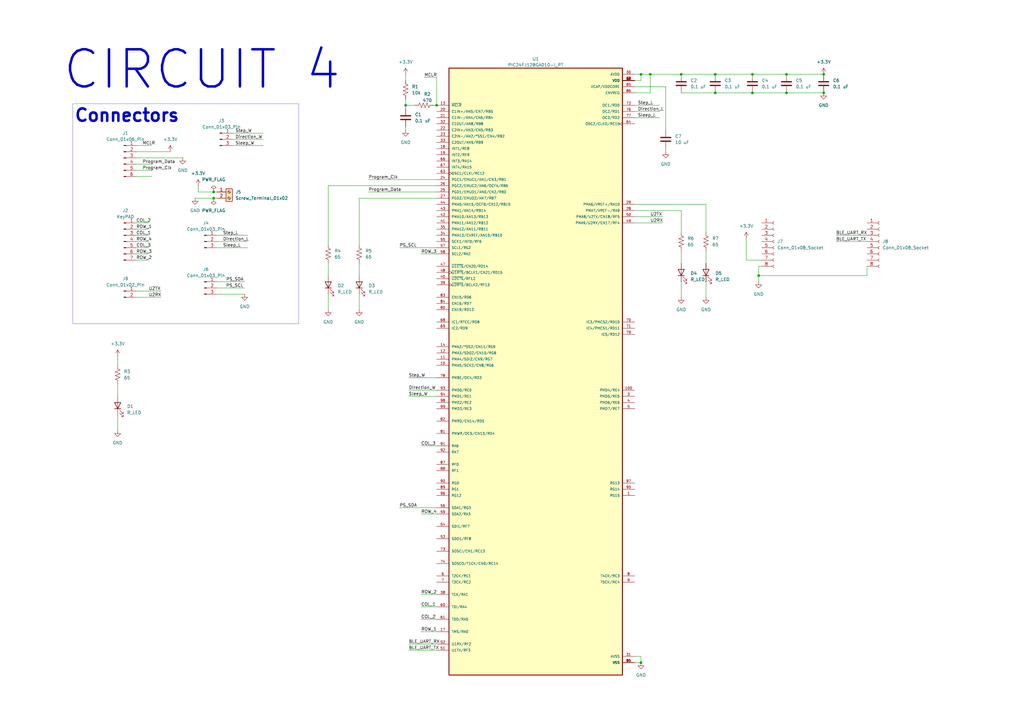
<source format=kicad_sch>
(kicad_sch (version 20231120) (generator "eeschema") (generator_version "8.0")
  (paper "A3")
  (title_block (title "ss_main_logic") (date "2024-11-29") (rev "0") (company "University of Akron"))
  (lib_symbols
    (symbol "Connector:Conn_01x02_Pin" (pin_names (offset 1.016) hide)
      (property "Reference" "J" (at 0 2.54 0))
      (property "Value" "Conn_01x02_Pin" (at 0 -5.08 0))
      (symbol "Conn_01x02_Pin_1_1"
        (polyline (pts (xy 1.27 -2.54) (xy 0.8636 -2.54)) (stroke (width 0.1524)))
        (polyline (pts (xy 1.27 0) (xy 0.8636 0)) (stroke (width 0.1524)))
        (rectangle (start 0.8636 -2.413) (end 0 -2.667) (stroke (width 0.1524)) (fill (type outline)))
        (rectangle (start 0.8636 0.127) (end 0 -0.127) (stroke (width 0.1524)) (fill (type outline)))
        (pin passive line (at 5.08 0 180) (length 3.81) (name "Pin_1") (number "1"))
        (pin passive line (at 5.08 -2.54 180) (length 3.81) (name "Pin_2") (number "2"))
      )
    )
    (symbol "Connector:Conn_01x03_Pin" (pin_names (offset 1.016) hide)
      (property "Reference" "J" (at 0 5.08 0))
      (property "Value" "Conn_01x03_Pin" (at 0 -5.08 0))
      (symbol "Conn_01x03_Pin_1_1"
        (polyline (pts (xy 1.27 -2.54) (xy 0.8636 -2.54)) (stroke (width 0.1524)))
        (polyline (pts (xy 1.27 0) (xy 0.8636 0)) (stroke (width 0.1524)))
        (polyline (pts (xy 1.27 2.54) (xy 0.8636 2.54)) (stroke (width 0.1524)))
        (rectangle (start 0.8636 -2.413) (end 0 -2.667) (stroke (width 0.1524)) (fill (type outline)))
        (rectangle (start 0.8636 0.127) (end 0 -0.127) (stroke (width 0.1524)) (fill (type outline)))
        (rectangle (start 0.8636 2.667) (end 0 2.413) (stroke (width 0.1524)) (fill (type outline)))
        (pin passive line (at 5.08 2.54 180) (length 3.81) (name "Pin_1") (number "1"))
        (pin passive line (at 5.08 0 180) (length 3.81) (name "Pin_2") (number "2"))
        (pin passive line (at 5.08 -2.54 180) (length 3.81) (name "Pin_3") (number "3"))
      )
    )
    (symbol "Connector:Conn_01x06_Pin" (pin_names (offset 1.016) hide)
      (property "Reference" "J" (at 0 7.62 0))
      (property "Value" "Conn_01x06_Pin" (at 0 -10.16 0))
      (symbol "Conn_01x06_Pin_1_1"
        (polyline (pts (xy 1.27 -7.62) (xy 0.8636 -7.62)) (stroke (width 0.1524)))
        (polyline (pts (xy 1.27 -5.08) (xy 0.8636 -5.08)) (stroke (width 0.1524)))
        (polyline (pts (xy 1.27 -2.54) (xy 0.8636 -2.54)) (stroke (width 0.1524)))
        (polyline (pts (xy 1.27 0) (xy 0.8636 0)) (stroke (width 0.1524)))
        (polyline (pts (xy 1.27 2.54) (xy 0.8636 2.54)) (stroke (width 0.1524)))
        (polyline (pts (xy 1.27 5.08) (xy 0.8636 5.08)) (stroke (width 0.1524)))
        (rectangle (start 0.8636 -7.493) (end 0 -7.747) (stroke (width 0.1524)) (fill (type outline)))
        (rectangle (start 0.8636 -4.953) (end 0 -5.207) (stroke (width 0.1524)) (fill (type outline)))
        (rectangle (start 0.8636 -2.413) (end 0 -2.667) (stroke (width 0.1524)) (fill (type outline)))
        (rectangle (start 0.8636 0.127) (end 0 -0.127) (stroke (width 0.1524)) (fill (type outline)))
        (rectangle (start 0.8636 2.667) (end 0 2.413) (stroke (width 0.1524)) (fill (type outline)))
        (rectangle (start 0.8636 5.207) (end 0 4.953) (stroke (width 0.1524)) (fill (type outline)))
        (pin passive line (at 5.08 5.08 180) (length 3.81) (name "Pin_1") (number "1"))
        (pin passive line (at 5.08 2.54 180) (length 3.81) (name "Pin_2") (number "2"))
        (pin passive line (at 5.08 0 180) (length 3.81) (name "Pin_3") (number "3"))
        (pin passive line (at 5.08 -2.54 180) (length 3.81) (name "Pin_4") (number "4"))
        (pin passive line (at 5.08 -5.08 180) (length 3.81) (name "Pin_5") (number "5"))
        (pin passive line (at 5.08 -7.62 180) (length 3.81) (name "Pin_6") (number "6"))
      )
    )
    (symbol "Connector:Conn_01x07_Pin" (pin_names (offset 1.016) hide)
      (property "Reference" "J" (at 0 10.16 0))
      (property "Value" "Conn_01x07_Pin" (at 0 -10.16 0))
      (symbol "Conn_01x07_Pin_1_1"
        (polyline (pts (xy 1.27 -7.62) (xy 0.8636 -7.62)) (stroke (width 0.1524)))
        (polyline (pts (xy 1.27 -5.08) (xy 0.8636 -5.08)) (stroke (width 0.1524)))
        (polyline (pts (xy 1.27 -2.54) (xy 0.8636 -2.54)) (stroke (width 0.1524)))
        (polyline (pts (xy 1.27 0) (xy 0.8636 0)) (stroke (width 0.1524)))
        (polyline (pts (xy 1.27 2.54) (xy 0.8636 2.54)) (stroke (width 0.1524)))
        (polyline (pts (xy 1.27 5.08) (xy 0.8636 5.08)) (stroke (width 0.1524)))
        (polyline (pts (xy 1.27 7.62) (xy 0.8636 7.62)) (stroke (width 0.1524)))
        (rectangle (start 0.8636 -7.493) (end 0 -7.747) (stroke (width 0.1524)) (fill (type outline)))
        (rectangle (start 0.8636 -4.953) (end 0 -5.207) (stroke (width 0.1524)) (fill (type outline)))
        (rectangle (start 0.8636 -2.413) (end 0 -2.667) (stroke (width 0.1524)) (fill (type outline)))
        (rectangle (start 0.8636 0.127) (end 0 -0.127) (stroke (width 0.1524)) (fill (type outline)))
        (rectangle (start 0.8636 2.667) (end 0 2.413) (stroke (width 0.1524)) (fill (type outline)))
        (rectangle (start 0.8636 5.207) (end 0 4.953) (stroke (width 0.1524)) (fill (type outline)))
        (rectangle (start 0.8636 7.747) (end 0 7.493) (stroke (width 0.1524)) (fill (type outline)))
        (pin passive line (at 5.08 7.62 180) (length 3.81) (name "Pin_1") (number "1"))
        (pin passive line (at 5.08 5.08 180) (length 3.81) (name "Pin_2") (number "2"))
        (pin passive line (at 5.08 2.54 180) (length 3.81) (name "Pin_3") (number "3"))
        (pin passive line (at 5.08 0 180) (length 3.81) (name "Pin_4") (number "4"))
        (pin passive line (at 5.08 -2.54 180) (length 3.81) (name "Pin_5") (number "5"))
        (pin passive line (at 5.08 -5.08 180) (length 3.81) (name "Pin_6") (number "6"))
        (pin passive line (at 5.08 -7.62 180) (length 3.81) (name "Pin_7") (number "7"))
      )
    )
    (symbol "Connector:Conn_01x08_Socket" (pin_names (offset 1.016) hide)
      (property "Reference" "J" (at 0 10.16 0))
      (property "Value" "Conn_01x08_Socket" (at 0 -12.7 0))
      (symbol "Conn_01x08_Socket_1_1"
        (arc (start 0 -9.652) (mid -0.5058 -10.16) (end 0 -10.668) (stroke (width 0.1524)))
        (arc (start 0 -7.112) (mid -0.5058 -7.62) (end 0 -8.128) (stroke (width 0.1524)))
        (arc (start 0 -4.572) (mid -0.5058 -5.08) (end 0 -5.588) (stroke (width 0.1524)))
        (arc (start 0 -2.032) (mid -0.5058 -2.54) (end 0 -3.048) (stroke (width 0.1524)))
        (polyline (pts (xy -1.27 -10.16) (xy -0.508 -10.16)) (stroke (width 0.1524)))
        (polyline (pts (xy -1.27 -7.62) (xy -0.508 -7.62)) (stroke (width 0.1524)))
        (polyline (pts (xy -1.27 -5.08) (xy -0.508 -5.08)) (stroke (width 0.1524)))
        (polyline (pts (xy -1.27 -2.54) (xy -0.508 -2.54)) (stroke (width 0.1524)))
        (polyline (pts (xy -1.27 0) (xy -0.508 0)) (stroke (width 0.1524)))
        (polyline (pts (xy -1.27 2.54) (xy -0.508 2.54)) (stroke (width 0.1524)))
        (polyline (pts (xy -1.27 5.08) (xy -0.508 5.08)) (stroke (width 0.1524)))
        (polyline (pts (xy -1.27 7.62) (xy -0.508 7.62)) (stroke (width 0.1524)))
        (arc (start 0 0.508) (mid -0.5058 0) (end 0 -0.508) (stroke (width 0.1524)))
        (arc (start 0 3.048) (mid -0.5058 2.54) (end 0 2.032) (stroke (width 0.1524)))
        (arc (start 0 5.588) (mid -0.5058 5.08) (end 0 4.572) (stroke (width 0.1524)))
        (arc (start 0 8.128) (mid -0.5058 7.62) (end 0 7.112) (stroke (width 0.1524)))
        (pin passive line (at -5.08 7.62 0) (length 3.81) (name "Pin_1") (number "1"))
        (pin passive line (at -5.08 5.08 0) (length 3.81) (name "Pin_2") (number "2"))
        (pin passive line (at -5.08 2.54 0) (length 3.81) (name "Pin_3") (number "3"))
        (pin passive line (at -5.08 0 0) (length 3.81) (name "Pin_4") (number "4"))
        (pin passive line (at -5.08 -2.54 0) (length 3.81) (name "Pin_5") (number "5"))
        (pin passive line (at -5.08 -5.08 0) (length 3.81) (name "Pin_6") (number "6"))
        (pin passive line (at -5.08 -7.62 0) (length 3.81) (name "Pin_7") (number "7"))
        (pin passive line (at -5.08 -10.16 0) (length 3.81) (name "Pin_8") (number "8"))
      )
    )
    (symbol "Connector:Screw_Terminal_01x02" (pin_names (offset 1.016) hide)
      (property "Reference" "J" (at 0 2.54 0))
      (property "Value" "Screw_Terminal_01x02" (at 0 -5.08 0))
      (symbol "Screw_Terminal_01x02_1_1"
        (rectangle (start -1.27 1.27) (end 1.27 -3.81) (stroke (width 0.254)) (fill (type background)))
        (circle (center 0 -2.54) (radius 0.635) (stroke (width 0.1524)))
        (polyline (pts (xy -0.5334 -2.2098) (xy 0.3302 -3.048)) (stroke (width 0.1524)))
        (polyline (pts (xy -0.5334 0.3302) (xy 0.3302 -0.508)) (stroke (width 0.1524)))
        (polyline (pts (xy -0.3556 -2.032) (xy 0.508 -2.8702)) (stroke (width 0.1524)))
        (polyline (pts (xy -0.3556 0.508) (xy 0.508 -0.3302)) (stroke (width 0.1524)))
        (circle (center 0 0) (radius 0.635) (stroke (width 0.1524)))
        (pin passive line (at -5.08 0 0) (length 3.81) (name "Pin_1") (number "1"))
        (pin passive line (at -5.08 -2.54 0) (length 3.81) (name "Pin_2") (number "2"))
      )
    )
    (symbol "Device:C" (pin_numbers hide) (pin_names (offset 0.254))
      (property "Reference" "C" (at 0.635 2.54 0))
      (property "Value" "C" (at 0.635 -2.54 0))
      (symbol "C_0_1"
        (polyline (pts (xy -2.032 -0.762) (xy 2.032 -0.762)) (stroke (width 0.508)))
        (polyline (pts (xy -2.032 0.762) (xy 2.032 0.762)) (stroke (width 0.508)))
      )
      (symbol "C_1_1"
        (pin passive line (at 0 3.81 270) (length 2.794) (name "~") (number "1"))
        (pin passive line (at 0 -3.81 90) (length 2.794) (name "~") (number "2"))
      )
    )
    (symbol "Device:LED" (pin_numbers hide) (pin_names (offset 1.016) hide)
      (property "Reference" "D" (at 0 2.54 0))
      (property "Value" "LED" (at 0 -2.54 0))
      (symbol "LED_0_1"
        (polyline (pts (xy -1.27 -1.27) (xy -1.27 1.27)) (stroke (width 0.254)))
        (polyline (pts (xy -1.27 0) (xy 1.27 0)))
        (polyline (pts (xy 1.27 -1.27) (xy 1.27 1.27) (xy -1.27 0) (xy 1.27 -1.27)) (stroke (width 0.254)))
        (polyline (pts (xy -3.048 -0.762) (xy -4.572 -2.286) (xy -3.81 -2.286) (xy -4.572 -2.286) (xy -4.572 -1.524)))
        (polyline (pts (xy -1.778 -0.762) (xy -3.302 -2.286) (xy -2.54 -2.286) (xy -3.302 -2.286) (xy -3.302 -1.524)))
      )
      (symbol "LED_1_1"
        (pin passive line (at -3.81 0 0) (length 2.54) (name "K") (number "1"))
        (pin passive line (at 3.81 0 180) (length 2.54) (name "A") (number "2"))
      )
    )
    (symbol "Device:R_US" (pin_numbers hide) (pin_names (offset 0))
      (property "Reference" "R" (at 2.54 0 90))
      (property "Value" "R_US" (at -2.54 0 90))
      (symbol "R_US_0_1"
        (polyline (pts (xy 0 -2.286) (xy 0 -2.54)))
        (polyline (pts (xy 0 2.286) (xy 0 2.54)))
        (polyline (pts (xy 0 -0.762) (xy 1.016 -1.143) (xy 0 -1.524) (xy -1.016 -1.905) (xy 0 -2.286)))
        (polyline (pts (xy 0 0.762) (xy 1.016 0.381) (xy 0 0) (xy -1.016 -0.381) (xy 0 -0.762)))
        (polyline (pts (xy 0 2.286) (xy 1.016 1.905) (xy 0 1.524) (xy -1.016 1.143) (xy 0 0.762)))
      )
      (symbol "R_US_1_1"
        (pin passive line (at 0 3.81 270) (length 1.27) (name "~") (number "1"))
        (pin passive line (at 0 -3.81 90) (length 1.27) (name "~") (number "2"))
      )
    )
    (symbol "PIC24FJ128GA010-I_PT:PIC24FJ128GA010-I_PT" (pin_names (offset 1.016))
      (property "Reference" "U" (at -35.56 125.46 0))
      (property "Value" "PIC24FJ128GA010-I_PT" (at -35.56 -128.46 0))
      (symbol "PIC24FJ128GA010-I_PT_0_0"
        (rectangle (start -35.56 -124.46) (end 35.56 124.46) (stroke (width 0.41)) (fill (type background)))
        (pin bidirectional line (at 40.64 -50.8 180) (length 5.08) (name "RG15") (number "1"))
        (pin bidirectional line (at -40.64 2.54 0) (length 5.08) (name "PMA5/SCK2/CN8/RG6") (number "10"))
        (pin bidirectional line (at 40.64 -7.62 180) (length 5.08) (name "PMD4/RE4") (number "100"))
        (pin bidirectional line (at -40.64 5.08 0) (length 5.08) (name "PMA4/SDI2/CN9/RG7") (number "11"))
        (pin bidirectional line (at -40.64 7.62 0) (length 5.08) (name "PMA3/SDO2/CN10/RG8") (number "12"))
        (pin input line (at -40.64 109.22 0) (length 5.08) (name "~{MCLR}") (number "13"))
        (pin bidirectional line (at -40.64 10.16 0) (length 5.08) (name "PMA2/*SS2/CN11/RG9") (number "14"))
        (pin power_in line (at 40.64 -119.38 180) (length 5.08) (name "VSS") (number "15"))
        (pin power_in line (at 40.64 119.38 180) (length 5.08) (name "VDD") (number "16"))
        (pin bidirectional line (at -40.64 -106.68 0) (length 5.08) (name "TMS/RA0") (number "17"))
        (pin input line (at -40.64 91.44 0) (length 5.08) (name "INT1/RE8") (number "18"))
        (pin input line (at -40.64 88.9 0) (length 5.08) (name "INT2/RE9") (number "19"))
        (pin power_in line (at 40.64 119.38 180) (length 5.08) (name "VDD") (number "2"))
        (pin input line (at -40.64 106.68 0) (length 5.08) (name "C1IN+/AN5/CN7/RB5") (number "20"))
        (pin input line (at -40.64 104.14 0) (length 5.08) (name "C1IN-/AN4/CN6/RB4") (number "21"))
        (pin input line (at -40.64 99.06 0) (length 5.08) (name "C2IN+/AN3/CN5/RB3") (number "22"))
        (pin input line (at -40.64 96.52 0) (length 5.08) (name "C2IN-/AN2/*SS1/CN4/RB2") (number "23"))
        (pin input line (at -40.64 78.74 0) (length 5.08) (name "PGC1/EMUC1/AN1/CN3/RB1") (number "24"))
        (pin input line (at -40.64 73.66 0) (length 5.08) (name "PGD1/EMUD1/AN0/CN2/RB0") (number "25"))
        (pin input line (at -40.64 76.2 0) (length 5.08) (name "PGC2/EMUC2/AN6/OCFA/RB6") (number "26"))
        (pin input line (at -40.64 71.12 0) (length 5.08) (name "PGD2/EMUD2/AN7/RB7") (number "27"))
        (pin bidirectional line (at 40.64 66.04 180) (length 5.08) (name "PMA7/VREF-/RA9") (number "28"))
        (pin bidirectional line (at 40.64 68.58 180) (length 5.08) (name "PMA6/VREF+/RA10") (number "29"))
        (pin bidirectional line (at 40.64 -10.16 180) (length 5.08) (name "PMD5/RE5") (number "3"))
        (pin power_in line (at 40.64 121.92 180) (length 5.08) (name "AVDD") (number "30"))
        (pin power_in line (at 40.64 -116.84 180) (length 5.08) (name "AVSS") (number "31"))
        (pin input line (at -40.64 101.6 0) (length 5.08) (name "C1OUT/AN8/RB8") (number "32"))
        (pin input line (at -40.64 93.98 0) (length 5.08) (name "C2OUT/AN9/RB9") (number "33"))
        (pin input line (at -40.64 55.88 0) (length 5.08) (name "PMA13/CVREF/AN10/RB10") (number "34"))
        (pin input line (at -40.64 58.42 0) (length 5.08) (name "PMA12/AN11/RB11") (number "35"))
        (pin power_in line (at 40.64 -119.38 180) (length 5.08) (name "VSS") (number "36"))
        (pin power_in line (at 40.64 119.38 180) (length 5.08) (name "VDD") (number "37"))
        (pin bidirectional line (at -40.64 -91.44 0) (length 5.08) (name "TCK/RA1") (number "38"))
        (pin bidirectional clock (at -40.64 35.56 0) (length 5.08) (name "~{U2RTS}/BCLK2/RF13") (number "39"))
        (pin bidirectional line (at 40.64 -12.7 180) (length 5.08) (name "PMD6/RE6") (number "4"))
        (pin bidirectional line (at -40.64 38.1 0) (length 5.08) (name "~{U2CTS}/RF12") (number "40"))
        (pin input line (at -40.64 60.96 0) (length 5.08) (name "PMA11/AN12/RB12") (number "41"))
        (pin input line (at -40.64 63.5 0) (length 5.08) (name "PMA10/AN13/RB13") (number "42"))
        (pin input line (at -40.64 66.04 0) (length 5.08) (name "PMA1/AN14/RB14") (number "43"))
        (pin input line (at -40.64 68.58 0) (length 5.08) (name "PMA0/AN15/OCFB/CN12/RB15") (number "44"))
        (pin power_in line (at 40.64 -119.38 180) (length 5.08) (name "VSS") (number "45"))
        (pin power_in line (at 40.64 119.38 180) (length 5.08) (name "VDD") (number "46"))
        (pin bidirectional line (at -40.64 43.18 0) (length 5.08) (name "~{U1CTS}/CN20/RD14") (number "47"))
        (pin bidirectional clock (at -40.64 40.64 0) (length 5.08) (name "~{U1RTS}/BCLK1/CN21/RD15") (number "48"))
        (pin bidirectional line (at 40.64 60.96 180) (length 5.08) (name "PMA9/U2RX/CN17/RF4") (number "49"))
        (pin bidirectional line (at 40.64 -15.24 180) (length 5.08) (name "PMD7/RE7") (number "5"))
        (pin bidirectional line (at 40.64 63.5 180) (length 5.08) (name "PMA8/U2TX/CN18/RF5") (number "50"))
        (pin bidirectional line (at -40.64 -114.3 0) (length 5.08) (name "U1TX/RF3") (number "51"))
        (pin bidirectional line (at -40.64 -111.76 0) (length 5.08) (name "U1RX/RF2") (number "52"))
        (pin bidirectional line (at -40.64 -68.58 0) (length 5.08) (name "SDO1/RF8") (number "53"))
        (pin bidirectional line (at -40.64 -63.5 0) (length 5.08) (name "SDI1/RF7") (number "54"))
        (pin input line (at -40.64 53.34 0) (length 5.08) (name "SCK1/INT0/RF6") (number "55"))
        (pin bidirectional line (at -40.64 -55.88 0) (length 5.08) (name "SDA1/RG3") (number "56"))
        (pin input line (at -40.64 50.8 0) (length 5.08) (name "SCL1/RG2") (number "57"))
        (pin input line (at -40.64 48.26 0) (length 5.08) (name "SCL2/RA2") (number "58"))
        (pin bidirectional line (at -40.64 -58.42 0) (length 5.08) (name "SDA2/RA3") (number "59"))
        (pin bidirectional line (at -40.64 -83.82 0) (length 5.08) (name "T2CK/RC1") (number "6"))
        (pin bidirectional line (at -40.64 -96.52 0) (length 5.08) (name "TDI/RA4") (number "60"))
        (pin bidirectional line (at -40.64 -101.6 0) (length 5.08) (name "TDO/RA5") (number "61"))
        (pin power_in line (at 40.64 119.38 180) (length 5.08) (name "VDD") (number "62"))
        (pin input clock (at -40.64 81.28 0) (length 5.08) (name "OSC1/CLKI/RC12") (number "63"))
        (pin output clock (at 40.64 101.6 180) (length 5.08) (name "OSC2/CLKO/RC15") (number "64"))
        (pin power_in line (at 40.64 -119.38 180) (length 5.08) (name "VSS") (number "65"))
        (pin input line (at -40.64 86.36 0) (length 5.08) (name "INT3/RA14") (number "66"))
        (pin input line (at -40.64 83.82 0) (length 5.08) (name "INT4/RA15") (number "67"))
        (pin bidirectional line (at -40.64 20.32 0) (length 5.08) (name "IC1/RTCC/RD8") (number "68"))
        (pin bidirectional line (at -40.64 17.78 0) (length 5.08) (name "IC2/RD9") (number "69"))
        (pin bidirectional line (at -40.64 -86.36 0) (length 5.08) (name "T3CK/RC2") (number "7"))
        (pin bidirectional line (at 40.64 20.32 180) (length 5.08) (name "IC3/PMCS2/RD10") (number "70"))
        (pin bidirectional line (at 40.64 17.78 180) (length 5.08) (name "IC4/PMCS1/RD11") (number "71"))
        (pin output line (at 40.64 109.22 180) (length 5.08) (name "OC1/RD0") (number "72"))
        (pin bidirectional line (at -40.64 -73.66 0) (length 5.08) (name "SOSCI/CN1/RC13") (number "73"))
        (pin bidirectional line (at -40.64 -78.74 0) (length 5.08) (name "SOSCO/T1CK/CN0/RC14") (number "74"))
        (pin power_in line (at 40.64 -119.38 180) (length 5.08) (name "VSS") (number "75"))
        (pin output line (at 40.64 106.68 180) (length 5.08) (name "OC2/RD1") (number "76"))
        (pin output line (at 40.64 104.14 180) (length 5.08) (name "OC3/RD2") (number "77"))
        (pin bidirectional line (at -40.64 -2.54 0) (length 5.08) (name "PMBE/OC4/RD3") (number "78"))
        (pin bidirectional line (at 40.64 15.24 180) (length 5.08) (name "IC5/RD12") (number "79"))
        (pin bidirectional line (at 40.64 -83.82 180) (length 5.08) (name "T4CK/RC3") (number "8"))
        (pin bidirectional line (at -40.64 25.4 0) (length 5.08) (name "CN19/RD13") (number "80"))
        (pin bidirectional line (at -40.64 -25.4 0) (length 5.08) (name "PMWR/OC5/CN13/RD4") (number "81"))
        (pin bidirectional line (at -40.64 -20.32 0) (length 5.08) (name "PMRD/CN14/RD5") (number "82"))
        (pin bidirectional line (at -40.64 30.48 0) (length 5.08) (name "CN15/RD6") (number "83"))
        (pin bidirectional line (at -40.64 27.94 0) (length 5.08) (name "CN16/RD7") (number "84"))
        (pin power_in line (at 40.64 116.84 180) (length 5.08) (name "VCAP/VDDCORE") (number "85"))
        (pin power_in line (at 40.64 114.3 180) (length 5.08) (name "ENVREG") (number "86"))
        (pin bidirectional line (at -40.64 -38.1 0) (length 5.08) (name "RF0") (number "87"))
        (pin bidirectional line (at -40.64 -40.64 0) (length 5.08) (name "RF1") (number "88"))
        (pin bidirectional line (at -40.64 -48.26 0) (length 5.08) (name "RG1") (number "89"))
        (pin bidirectional line (at 40.64 -86.36 180) (length 5.08) (name "T5CK/RC4") (number "9"))
        (pin bidirectional line (at -40.64 -45.72 0) (length 5.08) (name "RG0") (number "90"))
        (pin bidirectional line (at -40.64 -30.48 0) (length 5.08) (name "RA6") (number "91"))
        (pin bidirectional line (at -40.64 -33.02 0) (length 5.08) (name "RA7") (number "92"))
        (pin bidirectional line (at -40.64 -7.62 0) (length 5.08) (name "PMD0/RE0") (number "93"))
        (pin bidirectional line (at -40.64 -10.16 0) (length 5.08) (name "PMD1/RE1") (number "94"))
        (pin bidirectional line (at 40.64 -48.26 180) (length 5.08) (name "RG14") (number "95"))
        (pin bidirectional line (at -40.64 -50.8 0) (length 5.08) (name "RG12") (number "96"))
        (pin bidirectional line (at 40.64 -45.72 180) (length 5.08) (name "RG13") (number "97"))
        (pin bidirectional line (at -40.64 -12.7 0) (length 5.08) (name "PMD2/RE2") (number "98"))
        (pin bidirectional line (at -40.64 -15.24 0) (length 5.08) (name "PMD3/RE3") (number "99"))
      )
    )
    (symbol "power:+3.3V" (power) (pin_numbers hide) (pin_names (offset 0) hide)
      (property "Value" "+3.3V" (at 0 3.556 0))
      (symbol "+3.3V_0_1"
        (polyline (pts (xy -0.762 1.27) (xy 0 2.54)))
        (polyline (pts (xy 0 0) (xy 0 2.54)))
        (polyline (pts (xy 0 2.54) (xy 0.762 1.27)))
      )
      (symbol "+3.3V_1_1"
        (pin power_in line (at 0 0 90) (length 0) (name "~") (number "1"))
      )
    )
    (symbol "power:GND" (power) (pin_numbers hide) (pin_names (offset 0) hide)
      (property "Value" "GND" (at 0 -3.81 0))
      (symbol "GND_0_1"
        (polyline (pts (xy 0 0) (xy 0 -1.27) (xy 1.27 -1.27) (xy 0 -2.54) (xy -1.27 -1.27) (xy 0 -1.27)))
      )
      (symbol "GND_1_1"
        (pin power_in line (at 0 0 270) (length 0) (name "~") (number "1"))
      )
    )
    (symbol "power:PWR_FLAG" (power) (pin_numbers hide) (pin_names (offset 0) hide)
      (property "Value" "PWR_FLAG" (at 0 3.81 0))
      (symbol "PWR_FLAG_0_0"
        (pin power_out line (at 0 0 90) (length 0) (name "~") (number "1"))
      )
      (symbol "PWR_FLAG_0_1"
        (polyline (pts (xy 0 0) (xy 0 1.27) (xy -1.016 1.905) (xy 0 2.54) (xy 1.016 1.905) (xy 0 1.27)))
      )
    )
  )
  (junction (at 266.7 30.48))
  (junction (at 179.07 43.18))
  (junction (at 337.82 38.1))
  (junction (at 322.58 38.1))
  (junction (at 308.61 38.1))
  (junction (at 87.63 78.74))
  (junction (at 262.89 271.78))
  (junction (at 311.15 113.03))
  (junction (at 293.37 30.48))
  (junction (at 322.58 30.48))
  (junction (at 308.61 30.48))
  (junction (at 262.89 30.48))
  (junction (at 293.37 38.1))
  (junction (at 279.4 30.48))
  (junction (at 166.37 43.18))
  (junction (at 337.82 30.48))
  (junction (at 87.63 81.28))
  (wire (pts (xy 322.58 38.1) (xy 337.82 38.1)))
  (wire (pts (xy 147.32 81.28) (xy 147.32 100.33)))
  (wire (pts (xy 172.72 254) (xy 179.07 254)))
  (wire (pts (xy 166.37 52.07) (xy 166.37 53.34)))
  (wire (pts (xy 163.83 208.28) (xy 179.07 208.28)))
  (wire (pts (xy 322.58 30.48) (xy 337.82 30.48)))
  (wire (pts (xy 179.07 31.75) (xy 179.07 43.18)))
  (wire (pts (xy 55.88 106.68) (xy 60.96 106.68)))
  (wire (pts (xy 55.88 119.38) (xy 66.04 119.38)))
  (wire (pts (xy 293.37 30.48) (xy 308.61 30.48)))
  (wire (pts (xy 88.9 78.74) (xy 87.63 78.74)))
  (wire (pts (xy 289.56 115.57) (xy 289.56 121.92)))
  (wire (pts (xy 88.9 115.57) (xy 100.33 115.57)))
  (wire (pts (xy 55.88 72.39) (xy 62.23 72.39)))
  (wire (pts (xy 80.01 81.28) (xy 87.63 81.28)))
  (wire (pts (xy 55.88 99.06) (xy 60.96 99.06)))
  (wire (pts (xy 55.88 62.23) (xy 69.85 62.23)))
  (wire (pts (xy 355.6 113.03) (xy 355.6 109.22)))
  (wire (pts (xy 55.88 104.14) (xy 60.96 104.14)))
  (wire (pts (xy 306.07 106.68) (xy 312.42 106.68)))
  (wire (pts (xy 87.63 78.74) (xy 81.28 78.74)))
  (wire (pts (xy 279.4 95.25) (xy 279.4 86.36)))
  (wire (pts (xy 260.35 88.9) (xy 271.78 88.9)))
  (wire (pts (xy 308.61 30.48) (xy 322.58 30.48)))
  (wire (pts (xy 172.72 104.14) (xy 179.07 104.14)))
  (wire (pts (xy 260.35 30.48) (xy 262.89 30.48)))
  (wire (pts (xy 167.64 154.94) (xy 179.07 154.94)))
  (wire (pts (xy 55.88 91.44) (xy 60.96 91.44)))
  (wire (pts (xy 166.37 30.48) (xy 166.37 33.02)))
  (wire (pts (xy 177.8 43.18) (xy 179.07 43.18)))
  (wire (pts (xy 342.9 99.06) (xy 355.6 99.06)))
  (wire (pts (xy 55.88 101.6) (xy 60.96 101.6)))
  (wire (pts (xy 88.9 99.06) (xy 101.6 99.06)))
  (wire (pts (xy 134.62 107.95) (xy 134.62 113.03)))
  (wire (pts (xy 260.35 269.24) (xy 262.89 269.24)))
  (wire (pts (xy 55.88 121.92) (xy 66.04 121.92)))
  (wire (pts (xy 95.25 59.69) (xy 107.95 59.69)))
  (wire (pts (xy 87.63 81.28) (xy 88.9 81.28)))
  (wire (pts (xy 311.15 115.57) (xy 311.15 113.03)))
  (wire (pts (xy 266.7 30.48) (xy 279.4 30.48)))
  (wire (pts (xy 260.35 48.26) (xy 270.51 48.26)))
  (wire (pts (xy 179.07 81.28) (xy 147.32 81.28)))
  (wire (pts (xy 88.9 96.52) (xy 101.6 96.52)))
  (wire (pts (xy 172.72 182.88) (xy 179.07 182.88)))
  (wire (pts (xy 262.89 30.48) (xy 266.7 30.48)))
  (wire (pts (xy 55.88 59.69) (xy 62.23 59.69)))
  (wire (pts (xy 167.64 266.7) (xy 179.07 266.7)))
  (wire (pts (xy 279.4 30.48) (xy 293.37 30.48)))
  (wire (pts (xy 166.37 40.64) (xy 166.37 43.18)))
  (wire (pts (xy 134.62 76.2) (xy 179.07 76.2)))
  (wire (pts (xy 179.07 31.75) (xy 173.99 31.75)))
  (wire (pts (xy 311.15 113.03) (xy 311.15 109.22)))
  (wire (pts (xy 172.72 248.92) (xy 179.07 248.92)))
  (wire (pts (xy 48.26 157.48) (xy 48.26 162.56)))
  (wire (pts (xy 279.4 86.36) (xy 260.35 86.36)))
  (wire (pts (xy 260.35 91.44) (xy 271.78 91.44)))
  (wire (pts (xy 88.9 120.65) (xy 100.33 120.65)))
  (wire (pts (xy 260.35 43.18) (xy 270.51 43.18)))
  (wire (pts (xy 289.56 102.87) (xy 289.56 107.95)))
  (wire (pts (xy 172.72 243.84) (xy 179.07 243.84)))
  (wire (pts (xy 273.05 53.34) (xy 273.05 35.56)))
  (wire (pts (xy 279.4 115.57) (xy 279.4 121.92)))
  (wire (pts (xy 260.35 45.72) (xy 270.51 45.72)))
  (wire (pts (xy 166.37 43.18) (xy 170.18 43.18)))
  (wire (pts (xy 147.32 120.65) (xy 147.32 127)))
  (wire (pts (xy 147.32 107.95) (xy 147.32 113.03)))
  (wire (pts (xy 48.26 146.05) (xy 48.26 149.86)))
  (wire (pts (xy 289.56 83.82) (xy 260.35 83.82)))
  (wire (pts (xy 311.15 113.03) (xy 355.6 113.03)))
  (wire (pts (xy 55.88 64.77) (xy 74.93 64.77)))
  (wire (pts (xy 151.13 73.66) (xy 179.07 73.66)))
  (wire (pts (xy 279.4 38.1) (xy 293.37 38.1)))
  (wire (pts (xy 167.64 160.02) (xy 179.07 160.02)))
  (wire (pts (xy 167.64 264.16) (xy 179.07 264.16)))
  (wire (pts (xy 55.88 93.98) (xy 60.96 93.98)))
  (wire (pts (xy 260.35 35.56) (xy 273.05 35.56)))
  (wire (pts (xy 273.05 62.23) (xy 273.05 60.96)))
  (wire (pts (xy 260.35 33.02) (xy 262.89 33.02)))
  (wire (pts (xy 166.37 43.18) (xy 166.37 44.45)))
  (wire (pts (xy 95.25 57.15) (xy 107.95 57.15)))
  (wire (pts (xy 88.9 101.6) (xy 101.6 101.6)))
  (wire (pts (xy 262.89 30.48) (xy 262.89 33.02)))
  (wire (pts (xy 289.56 95.25) (xy 289.56 83.82)))
  (wire (pts (xy 151.13 78.74) (xy 179.07 78.74)))
  (wire (pts (xy 262.89 269.24) (xy 262.89 271.78)))
  (wire (pts (xy 81.28 76.2) (xy 81.28 78.74)))
  (wire (pts (xy 260.35 271.78) (xy 262.89 271.78)))
  (wire (pts (xy 308.61 38.1) (xy 322.58 38.1)))
  (wire (pts (xy 88.9 118.11) (xy 100.33 118.11)))
  (wire (pts (xy 134.62 120.65) (xy 134.62 127)))
  (wire (pts (xy 311.15 109.22) (xy 312.42 109.22)))
  (wire (pts (xy 95.25 54.61) (xy 107.95 54.61)))
  (wire (pts (xy 55.88 96.52) (xy 60.96 96.52)))
  (wire (pts (xy 279.4 102.87) (xy 279.4 107.95)))
  (wire (pts (xy 266.7 30.48) (xy 266.7 38.1)))
  (wire (pts (xy 134.62 100.33) (xy 134.62 76.2)))
  (wire (pts (xy 167.64 162.56) (xy 179.07 162.56)))
  (wire (pts (xy 293.37 38.1) (xy 308.61 38.1)))
  (wire (pts (xy 172.72 210.82) (xy 179.07 210.82)))
  (wire (pts (xy 306.07 106.68) (xy 306.07 97.79)))
  (wire (pts (xy 342.9 96.52) (xy 355.6 96.52)))
  (wire (pts (xy 172.72 259.08) (xy 179.07 259.08)))
  (wire (pts (xy 55.88 69.85) (xy 62.23 69.85)))
  (wire (pts (xy 48.26 170.18) (xy 48.26 176.53)))
  (wire (pts (xy 260.35 38.1) (xy 266.7 38.1)))
  (wire (pts (xy 55.88 67.31) (xy 62.23 67.31)))
  (wire (pts (xy 163.83 101.6) (xy 179.07 101.6)))
  (rectangle (start 29.845 42.545) (end 122.555 132.715) (stroke (width 0.0254)))
  (text "Connectors" (at 52.07 47.498 0) (effects (font (size 5.08 5.08) (thickness 1.016) (bold yes))))
  (text "CIRCUIT 4" (at 82.804 28.702 0) (effects (font (size 15.24 15.24) (thickness 1.016) (bold yes))))
  (label "ROW_3" (at 172.72 104.14 0))
  (label "Direction_L" (at 91.44 99.06 0))
  (label "PS_SCL" (at 163.83 101.6 0))
  (label "Sleep_L" (at 91.44 101.6 0))
  (label "Direction_W" (at 167.64 160.02 0))
  (label "U2RX" (at 60.96 121.92 0))
  (label "ROW_4" (at 55.88 99.06 0))
  (label "Direction_W" (at 96.52 57.15 0))
  (label "Sleep_W" (at 96.52 59.69 0))
  (label "BLE_UART_RX" (at 342.9 96.52 0))
  (label "ROW_4" (at 172.72 210.82 0))
  (label "Sleep_L" (at 261.62 48.26 0))
  (label "PS_SCL" (at 92.71 118.11 0))
  (label "MCLR" (at 173.99 31.75 0))
  (label "COL_3" (at 55.88 101.6 0))
  (label "COL_3" (at 172.72 182.88 0))
  (label "Program_Clk" (at 151.13 73.66 0))
  (label "Program_Data" (at 151.13 78.74 0))
  (label "ROW_1" (at 55.88 93.98 0))
  (label "U2TX" (at 266.7 88.9 0))
  (label "ROW_1" (at 172.72 259.08 0))
  (label "PS_SDA" (at 92.71 115.57 0))
  (label "Step_L" (at 91.44 96.52 0))
  (label "COL_2" (at 172.72 254 0))
  (label "BLE_UART_TX" (at 342.9 99.06 0))
  (label "PS_SDA" (at 163.83 208.28 0))
  (label "ROW_3" (at 55.88 104.14 0))
  (label "Program_Clk" (at 58.42 69.85 0))
  (label "COL_1" (at 55.88 96.52 0))
  (label "Step_W" (at 167.64 154.94 0))
  (label "Program_Data" (at 58.42 67.31 0))
  (label "Sleep_W" (at 167.64 162.56 0))
  (label "MCLR" (at 58.42 59.69 0))
  (label "COL_1" (at 172.72 248.92 0))
  (label "COL_2" (at 55.88 91.44 0))
  (label "BLE_UART_TX" (at 167.64 266.7 0))
  (label "ROW_2" (at 172.72 243.84 0))
  (label "ROW_2" (at 55.88 106.68 0))
  (label "U2RX" (at 266.7 91.44 0))
  (label "Step_W" (at 96.52 54.61 0))
  (label "BLE_UART_RX" (at 167.64 264.16 0))
  (label "Direction_L" (at 261.62 45.72 0))
  (label "Step_L" (at 261.62 43.18 0))
  (label "U2TX" (at 60.96 119.38 0))
  (symbol (lib_id "Connector:Conn_01x08_Socket") (at 317.5 99.06 0) (unit 1)
    (property "Reference" "J7" (at 318.77 99.0599 0) (effects (justify left)))
    (property "Value" "Conn_01x08_Socket" (at 318.77 101.5999 0) (effects (justify left)))
    (property "Footprint" "Connector_PinSocket_2.54mm:PinSocket_1x08_P2.54mm_Vertical" (effects (hide yes)))
    (property "Description" "Generic connector, single row, 01x08, script generated" (effects (hide yes)))
  )
  (symbol (lib_id "Connector:Conn_01x07_Pin") (at 50.8 99.06 0) (unit 1)
    (property "Reference" "J2" (at 51.435 86.36 0))
    (property "Value" "KeyPAD" (at 51.435 88.9 0))
    (property "Footprint" "Connector_PinHeader_2.54mm:PinHeader_1x07_P2.54mm_Vertical" (effects (hide yes)))
    (property "Description" "Generic connector, single row, 01x07, script generated" (effects (hide yes)))
  )
  (symbol (lib_id "Device:LED") (at 134.62 116.84 90) (unit 1)
    (property "Reference" "D2" (at 138.43 117.1574 90) (effects (justify right)))
    (property "Value" "R_LED" (at 138.43 119.6974 90) (effects (justify right)))
    (property "Footprint" "LED_SMD:LED_0603_1608Metric" (effects (hide yes)))
    (property "Datasheet" "~https://www.lcsc.com/datasheet/lcsc_datasheet_1810231112_Hubei-KENTO-Elec-KT-0603R_C2286.pdf" (effects (hide yes)))
    (property "Description" "Light emitting diode" (effects (hide yes)))
    (property "LCSC" "C2286" (effects (hide yes)))
  )
  (symbol (lib_id "power:GND") (at 262.89 271.78 0) (unit 1)
    (property "Reference" "#PWR05" (effects (hide yes)))
    (property "Value" "GND" (at 262.89 276.86 0))
    (property "Description" "Power symbol creates a global label with name \"GND\" , ground" (effects (hide yes)))
  )
  (symbol (lib_id "Device:C") (at 322.58 34.29 0) (unit 1)
    (property "Reference" "C5" (at 326.39 33.0199 0) (effects (justify left)))
    (property "Value" "0.1 uF" (at 326.39 35.5599 0) (effects (justify left)))
    (property "Footprint" "Capacitor_SMD:C_0603_1608Metric" (effects (hide yes)))
    (property "Datasheet" "https://www.lcsc.com/datasheet/lcsc_datasheet_2211101700_YAGEO-CC0603KRX7R9BB104_C14663.pdf" (effects (hide yes)))
    (property "Description" "20 V Ceramic 0.1 uF" (effects (hide yes)))
    (property "LCSC" "C14663" (effects (hide yes)))
  )
  (symbol (lib_id "Connector:Conn_01x03_Pin") (at 83.82 118.11 0) (unit 1)
    (property "Reference" "J6" (at 84.455 110.49 0))
    (property "Value" "Conn_01x03_Pin" (at 84.455 113.03 0))
    (property "Footprint" "Connector_PinHeader_2.54mm:PinHeader_1x03_P2.54mm_Vertical" (effects (hide yes)))
    (property "Description" "Generic connector, single row, 01x03, script generated" (effects (hide yes)))
  )
  (symbol (lib_id "Device:C") (at 166.37 48.26 0) (unit 1)
    (property "Reference" "C1" (at 170.18 46.9899 0) (effects (justify left)))
    (property "Value" "0.1 uF" (at 170.18 49.5299 0) (effects (justify left)))
    (property "Footprint" "Capacitor_SMD:C_0603_1608Metric" (effects (hide yes)))
    (property "Datasheet" "https://www.lcsc.com/datasheet/lcsc_datasheet_2211101700_YAGEO-CC0603KRX7R9BB104_C14663.pdf" (effects (hide yes)))
    (property "Description" "20 V Ceramic 0.1 uF" (effects (hide yes)))
    (property "LCSC" "C14663" (effects (hide yes)))
  )
  (symbol (lib_id "power:+3.3V") (at 81.28 76.2 0) (unit 1)
    (property "Reference" "#PWR012" (effects (hide yes)))
    (property "Value" "+3.3V" (at 81.28 71.12 0))
    (property "Description" "Power symbol creates a global label with name \"+3.3V\"" (effects (hide yes)))
  )
  (symbol (lib_id "Device:R_US") (at 48.26 153.67 0) (unit 1)
    (property "Reference" "R3" (at 50.8 152.3999 0) (effects (justify left)))
    (property "Value" "65" (at 50.8 154.9399 0) (effects (justify left)))
    (property "Footprint" "Resistor_SMD:R_1210_3225Metric" (effects (hide yes)))
    (property "Datasheet" "https://www.lcsc.com/datasheet/lcsc_datasheet_2304140030_RALEC-RTT12680JTP_C11021.pdf" (effects (hide yes)))
    (property "Description" "Resistor, US symbol" (effects (hide yes)))
    (property "LCSC" "C11021" (effects (hide yes)))
  )
  (symbol (lib_id "power:GND") (at 147.32 127 0) (unit 1)
    (property "Reference" "#PWR017" (effects (hide yes)))
    (property "Value" "GND" (at 147.32 132.08 0))
    (property "Description" "Power symbol creates a global label with name \"GND\" , ground" (effects (hide yes)))
  )
  (symbol (lib_id "power:GND") (at 337.82 38.1 0) (unit 1)
    (property "Reference" "#PWR03" (effects (hide yes)))
    (property "Value" "GND" (at 337.82 43.18 0))
    (property "Description" "Power symbol creates a global label with name \"GND\" , ground" (effects (hide yes)))
  )
  (symbol (lib_id "Device:R_US") (at 279.4 99.06 0) (unit 1)
    (property "Reference" "R6" (at 281.94 97.7899 0) (effects (justify left)))
    (property "Value" "65" (at 281.94 100.3299 0) (effects (justify left)))
    (property "Footprint" "Resistor_SMD:R_1210_3225Metric" (effects (hide yes)))
    (property "Datasheet" "https://www.lcsc.com/datasheet/lcsc_datasheet_2304140030_RALEC-RTT12680JTP_C11021.pdf" (effects (hide yes)))
    (property "Description" "Resistor, US symbol" (effects (hide yes)))
    (property "LCSC" "C11021" (effects (hide yes)))
  )
  (symbol (lib_id "power:PWR_FLAG") (at 87.63 78.74 0) (unit 1)
    (property "Reference" "#FLG01" (effects (hide yes)))
    (property "Value" "PWR_FLAG" (at 87.63 73.66 0))
    (property "Description" "Special symbol for telling ERC where power comes from" (effects (hide yes)))
  )
  (symbol (lib_id "power:GND") (at 273.05 62.23 0) (unit 1)
    (property "Reference" "#PWR08" (effects (hide yes)))
    (property "Value" "GND" (at 273.05 67.31 0))
    (property "Description" "Power symbol creates a global label with name \"GND\" , ground" (effects (hide yes)))
  )
  (symbol (lib_id "power:GND") (at 311.15 115.57 0) (unit 1)
    (property "Reference" "#PWR015" (effects (hide yes)))
    (property "Value" "GND" (at 311.15 120.65 0))
    (property "Description" "Power symbol creates a global label with name \"GND\" , ground" (effects (hide yes)))
  )
  (symbol (lib_id "Device:LED") (at 147.32 116.84 90) (unit 1)
    (property "Reference" "D3" (at 151.13 117.1574 90) (effects (justify right)))
    (property "Value" "R_LED" (at 151.13 119.6974 90) (effects (justify right)))
    (property "Footprint" "LED_SMD:LED_0603_1608Metric" (effects (hide yes)))
    (property "Datasheet" "~https://www.lcsc.com/datasheet/lcsc_datasheet_1810231112_Hubei-KENTO-Elec-KT-0603R_C2286.pdf" (effects (hide yes)))
    (property "Description" "Light emitting diode" (effects (hide yes)))
    (property "LCSC" "C2286" (effects (hide yes)))
  )
  (symbol (lib_id "Device:C") (at 279.4 34.29 0) (unit 1)
    (property "Reference" "C2" (at 283.21 33.0199 0) (effects (justify left)))
    (property "Value" "0.1 uF" (at 283.21 35.5599 0) (effects (justify left)))
    (property "Footprint" "Capacitor_SMD:C_0603_1608Metric" (effects (hide yes)))
    (property "Datasheet" "https://www.lcsc.com/datasheet/lcsc_datasheet_2211101700_YAGEO-CC0603KRX7R9BB104_C14663.pdf" (effects (hide yes)))
    (property "Description" "20 V Ceramic 0.1 uF" (effects (hide yes)))
    (property "LCSC" "C14663" (effects (hide yes)))
  )
  (symbol (lib_id "Device:C") (at 308.61 34.29 0) (unit 1)
    (property "Reference" "C4" (at 312.42 33.0199 0) (effects (justify left)))
    (property "Value" "0.1 uF" (at 312.42 35.5599 0) (effects (justify left)))
    (property "Footprint" "Capacitor_SMD:C_0603_1608Metric" (effects (hide yes)))
    (property "Datasheet" "https://www.lcsc.com/datasheet/lcsc_datasheet_2211101700_YAGEO-CC0603KRX7R9BB104_C14663.pdf" (effects (hide yes)))
    (property "Description" "20 V Ceramic 0.1 uF" (effects (hide yes)))
    (property "LCSC" "C14663" (effects (hide yes)))
  )
  (symbol (lib_id "power:+3.3V") (at 337.82 30.48 0) (unit 1)
    (property "Reference" "#PWR04" (effects (hide yes)))
    (property "Value" "+3.3V" (at 337.82 25.4 0))
    (property "Description" "Power symbol creates a global label with name \"+3.3V\"" (effects (hide yes)))
  )
  (symbol (lib_id "power:GND") (at 134.62 127 0) (unit 1)
    (property "Reference" "#PWR016" (effects (hide yes)))
    (property "Value" "GND" (at 134.62 132.08 0))
    (property "Description" "Power symbol creates a global label with name \"GND\" , ground" (effects (hide yes)))
  )
  (symbol (lib_id "power:GND") (at 100.33 120.65 0) (unit 1)
    (property "Reference" "#PWR014" (effects (hide yes)))
    (property "Value" "GND" (at 100.33 125.73 0))
    (property "Description" "Power symbol creates a global label with name \"GND\" , ground" (effects (hide yes)))
  )
  (symbol (lib_id "Connector:Conn_01x02_Pin") (at 50.8 119.38 0) (unit 1)
    (property "Reference" "J9" (at 51.435 114.3 0))
    (property "Value" "Conn_01x02_Pin" (at 51.435 116.84 0))
    (property "Footprint" "Connector_PinHeader_2.54mm:PinHeader_1x02_P2.54mm_Vertical" (effects (hide yes)))
    (property "Description" "Generic connector, single row, 01x02, script generated" (effects (hide yes)))
  )
  (symbol (lib_id "Device:R_US") (at 166.37 36.83 0) (unit 1)
    (property "Reference" "R1" (at 168.91 35.5599 0) (effects (justify left)))
    (property "Value" "10k" (at 168.91 38.0999 0) (effects (justify left)))
    (property "Footprint" "Resistor_SMD:R_0603_1608Metric" (effects (hide yes)))
    (property "Datasheet" "https://www.lcsc.com/datasheet/lcsc_datasheet_2206010045_UNI-ROYAL-Uniroyal-Elec-0603WAF1002T5E_C25804.pdf" (effects (hide yes)))
    (property "Description" "Resistor, US symbol" (effects (hide yes)))
    (property "LSCS" "C25804" (effects (hide yes)))
  )
  (symbol (lib_id "Device:R_US") (at 289.56 99.06 0) (unit 1)
    (property "Reference" "R7" (at 292.1 97.7899 0) (effects (justify left)))
    (property "Value" "65" (at 292.1 100.3299 0) (effects (justify left)))
    (property "Footprint" "Resistor_SMD:R_1210_3225Metric" (effects (hide yes)))
    (property "Datasheet" "https://www.lcsc.com/datasheet/lcsc_datasheet_2304140030_RALEC-RTT12680JTP_C11021.pdf" (effects (hide yes)))
    (property "Description" "Resistor, US symbol" (effects (hide yes)))
    (property "LCSC" "C11021" (effects (hide yes)))
  )
  (symbol (lib_id "power:GND") (at 289.56 121.92 0) (unit 1)
    (property "Reference" "#PWR019" (effects (hide yes)))
    (property "Value" "GND" (at 289.56 127 0))
    (property "Description" "Power symbol creates a global label with name \"GND\" , ground" (effects (hide yes)))
  )
  (symbol (lib_id "power:+3.3V") (at 306.07 97.79 0) (unit 1)
    (property "Reference" "#PWR09" (effects (hide yes)))
    (property "Value" "+3.3V" (at 306.07 92.71 0))
    (property "Description" "Power symbol creates a global label with name \"+3.3V\"" (effects (hide yes)))
  )
  (symbol (lib_id "Device:C") (at 293.37 34.29 0) (unit 1)
    (property "Reference" "C3" (at 297.18 33.0199 0) (effects (justify left)))
    (property "Value" "0.1 uF" (at 297.18 35.5599 0) (effects (justify left)))
    (property "Footprint" "Capacitor_SMD:C_0603_1608Metric" (effects (hide yes)))
    (property "Datasheet" "https://www.lcsc.com/datasheet/lcsc_datasheet_2211101700_YAGEO-CC0603KRX7R9BB104_C14663.pdf" (effects (hide yes)))
    (property "Description" "20 V Ceramic 0.1 uF" (effects (hide yes)))
    (property "LCSC" "C14663" (effects (hide yes)))
  )
  (symbol (lib_id "power:GND") (at 166.37 53.34 0) (unit 1)
    (property "Reference" "#PWR02" (effects (hide yes)))
    (property "Value" "GND" (at 166.37 58.42 0))
    (property "Description" "Power symbol creates a global label with name \"GND\" , ground" (effects (hide yes)))
  )
  (symbol (lib_id "power:GND") (at 48.26 176.53 0) (unit 1)
    (property "Reference" "#PWR06" (effects (hide yes)))
    (property "Value" "GND" (at 48.26 181.61 0))
    (property "Description" "Power symbol creates a global label with name \"GND\" , ground" (effects (hide yes)))
  )
  (symbol (lib_id "Connector:Screw_Terminal_01x02") (at 93.98 78.74 0) (unit 1)
    (property "Reference" "J5" (at 96.52 78.7399 0) (effects (justify left)))
    (property "Value" "Screw_Terminal_01x02" (at 96.52 81.2799 0) (effects (justify left)))
    (property "Footprint" "footprints:282837-2_TYC" (effects (hide yes)))
    (property "Datasheet" "https://www.te.com/usa-en/product-282837-2.datasheet.pdf" (effects (hide yes)))
    (property "Description" "Generic screw terminal, single row, 01x02, script generated (kicad-library-utils/schlib/autogen/connector/)" (effects (hide yes)))
  )
  (symbol (lib_id "power:+3.3V") (at 48.26 146.05 0) (mirror y) (unit 1)
    (property "Reference" "#PWR07" (effects (hide yes)))
    (property "Value" "+3.3V" (at 48.26 140.97 0))
    (property "Description" "Power symbol creates a global label with name \"+3.3V\"" (effects (hide yes)))
  )
  (symbol (lib_id "power:GND") (at 279.4 121.92 0) (unit 1)
    (property "Reference" "#PWR018" (effects (hide yes)))
    (property "Value" "GND" (at 279.4 127 0))
    (property "Description" "Power symbol creates a global label with name \"GND\" , ground" (effects (hide yes)))
  )
  (symbol (lib_id "power:GND") (at 80.01 81.28 0) (unit 1)
    (property "Reference" "#PWR013" (effects (hide yes)))
    (property "Value" "GND" (at 80.01 86.36 0))
    (property "Description" "Power symbol creates a global label with name \"GND\" , ground" (effects (hide yes)))
  )
  (symbol (lib_id "Device:C") (at 337.82 34.29 0) (unit 1)
    (property "Reference" "C6" (at 341.63 33.0199 0) (effects (justify left)))
    (property "Value" "0.1 uF" (at 341.63 35.5599 0) (effects (justify left)))
    (property "Footprint" "Capacitor_SMD:C_0603_1608Metric" (effects (hide yes)))
    (property "Datasheet" "https://www.lcsc.com/datasheet/lcsc_datasheet_2211101700_YAGEO-CC0603KRX7R9BB104_C14663.pdf" (effects (hide yes)))
    (property "Description" "20 V Ceramic 0.1 uF" (effects (hide yes)))
    (property "LCSC" "C14663" (effects (hide yes)))
  )
  (symbol (lib_id "Device:LED") (at 279.4 111.76 90) (unit 1)
    (property "Reference" "D4" (at 283.21 112.0774 90) (effects (justify right)))
    (property "Value" "R_LED" (at 283.21 114.6174 90) (effects (justify right)))
    (property "Footprint" "LED_SMD:LED_0603_1608Metric" (effects (hide yes)))
    (property "Datasheet" "~https://www.lcsc.com/datasheet/lcsc_datasheet_1810231112_Hubei-KENTO-Elec-KT-0603R_C2286.pdf" (effects (hide yes)))
    (property "Description" "Light emitting diode" (effects (hide yes)))
    (property "LCSC" "C2286" (effects (hide yes)))
  )
  (symbol (lib_id "Device:LED") (at 289.56 111.76 90) (unit 1)
    (property "Reference" "D5" (at 293.37 112.0774 90) (effects (justify right)))
    (property "Value" "R_LED" (at 293.37 114.6174 90) (effects (justify right)))
    (property "Footprint" "LED_SMD:LED_0603_1608Metric" (effects (hide yes)))
    (property "Datasheet" "~https://www.lcsc.com/datasheet/lcsc_datasheet_1810231112_Hubei-KENTO-Elec-KT-0603R_C2286.pdf" (effects (hide yes)))
    (property "Description" "Light emitting diode" (effects (hide yes)))
    (property "LCSC" "C2286" (effects (hide yes)))
  )
  (symbol (lib_id "power:GND") (at 74.93 64.77 0) (unit 1)
    (property "Reference" "#PWR011" (effects (hide yes)))
    (property "Value" "GND" (at 74.93 69.85 0))
    (property "Description" "Power symbol creates a global label with name \"GND\" , ground" (effects (hide yes)))
  )
  (symbol (lib_id "Device:C") (at 273.05 57.15 0) (unit 1)
    (property "Reference" "C7" (at 276.86 55.8799 0) (effects (justify left)))
    (property "Value" "10 uF" (at 276.86 58.4199 0) (effects (justify left)))
    (property "Footprint" "Capacitor_SMD:C_1206_3216Metric" (effects (hide yes)))
    (property "Datasheet" "https://www.lcsc.com/datasheet/lcsc_datasheet_2304140030_Samsung-Electro-Mechanics-CL31A106KBHNNNE_C13585.pdf" (effects (hide yes)))
    (property "Description" "Unpolarized capacitor" (effects (hide yes)))
    (property "LCSC" "C13585" (effects (hide yes)))
  )
  (symbol (lib_id "Device:LED") (at 48.26 166.37 90) (unit 1)
    (property "Reference" "D1" (at 52.07 166.6874 90) (effects (justify right)))
    (property "Value" "R_LED" (at 52.07 169.2274 90) (effects (justify right)))
    (property "Footprint" "LED_SMD:LED_0603_1608Metric" (effects (hide yes)))
    (property "Datasheet" "~https://www.lcsc.com/datasheet/lcsc_datasheet_1810231112_Hubei-KENTO-Elec-KT-0603R_C2286.pdf" (effects (hide yes)))
    (property "Description" "Light emitting diode" (effects (hide yes)))
    (property "LCSC" "C2286" (effects (hide yes)))
  )
  (symbol (lib_id "Connector:Conn_01x03_Pin") (at 83.82 99.06 0) (unit 1)
    (property "Reference" "J4" (at 84.455 91.44 0))
    (property "Value" "Conn_01x03_Pin" (at 84.455 93.98 0))
    (property "Footprint" "Connector_PinHeader_2.54mm:PinHeader_1x03_P2.54mm_Vertical" (effects (hide yes)))
    (property "Description" "Generic connector, single row, 01x03, script generated" (effects (hide yes)))
  )
  (symbol (lib_id "Connector:Conn_01x03_Pin") (at 90.17 57.15 0) (unit 1)
    (property "Reference" "J3" (at 90.805 49.53 0))
    (property "Value" "Conn_01x03_Pin" (at 90.805 52.07 0))
    (property "Footprint" "Connector_PinHeader_2.54mm:PinHeader_1x03_P2.54mm_Vertical" (effects (hide yes)))
    (property "Description" "Generic connector, single row, 01x03, script generated" (effects (hide yes)))
  )
  (symbol (lib_id "power:+3.3V") (at 69.85 62.23 0) (unit 1)
    (property "Reference" "#PWR010" (effects (hide yes)))
    (property "Value" "+3.3V" (at 69.85 57.15 0))
    (property "Description" "Power symbol creates a global label with name \"+3.3V\"" (effects (hide yes)))
  )
  (symbol (lib_id "Device:R_US") (at 173.99 43.18 90) (unit 1)
    (property "Reference" "R2" (at 175.26 38.608 90))
    (property "Value" "470" (at 175.26 41.148 90))
    (property "Footprint" "Resistor_SMD:R_0603_1608Metric" (effects (hide yes)))
    (property "Datasheet" "https://www.lcsc.com/datasheet/lcsc_datasheet_2206010116_UNI-ROYAL-Uniroyal-Elec-0603WAF4700T5E_C23179.pdf" (effects (hide yes)))
    (property "Description" "Resistor, US symbol" (effects (hide yes)))
    (property "LCSC" "C23179" (effects (hide yes)))
  )
  (symbol (lib_id "PIC24FJ128GA010-I_PT:PIC24FJ128GA010-I_PT") (at 219.71 152.4 0) (unit 1)
    (property "Reference" "U1" (at 219.71 24.13 0))
    (property "Value" "PIC24FJ128GA010-I_PT" (at 219.71 26.67 0))
    (property "Footprint" "Package_QFP:TQFP-100_14x14mm_P0.5mm" (effects (hide yes)))
    (property "MF" "Microchip" (effects (hide yes)))
    (property "Description_1" "\n                        \n                            PIC24FJ128GA010-I/PT,16bit PIC Microcontroller,32MHz,128kb Flash,100-Pin TQFP | Microchip Technology Inc. PIC24FJ128GA010-I/PT\n                        \n" (effects (hide yes)))
    (property "Package" "TQFP-100 Microchip" (effects (hide yes)))
    (property "Price" "None" (effects (hide yes)))
    (property "SnapEDA_Link" "https://www.snapeda.com/parts/PIC24FJ128GA010-I/PT/Microchip/view-part/?ref=snap" (effects (hide yes)))
    (property "MP" "PIC24FJ128GA010-I/PT" (effects (hide yes)))
    (property "Availability" "In Stock" (effects (hide yes)))
    (property "Check_prices" "https://www.snapeda.com/parts/PIC24FJ128GA010-I/PT/Microchip/view-part/?ref=eda" (effects (hide yes)))
    (property "LCSC" "C638384" (effects (hide yes)))
  )
  (symbol (lib_id "Connector:Conn_01x06_Pin") (at 50.8 64.77 0) (unit 1)
    (property "Reference" "J1" (at 51.435 54.61 0))
    (property "Value" "Conn_01x06_Pin" (at 51.435 57.15 0))
    (property "Footprint" "Connector_PinHeader_2.54mm:PinHeader_1x06_P2.54mm_Vertical" (effects (hide yes)))
    (property "Description" "Generic connector, single row, 01x06, script generated" (effects (hide yes)))
  )
  (symbol (lib_id "Connector:Conn_01x08_Socket") (at 360.68 99.06 0) (unit 1)
    (property "Reference" "J8" (at 361.95 99.0599 0) (effects (justify left)))
    (property "Value" "Conn_01x08_Socket" (at 361.95 101.5999 0) (effects (justify left)))
    (property "Footprint" "Connector_PinSocket_2.54mm:PinSocket_1x08_P2.54mm_Vertical" (effects (hide yes)))
    (property "Description" "Generic connector, single row, 01x08, script generated" (effects (hide yes)))
  )
  (symbol (lib_id "Device:R_US") (at 147.32 104.14 0) (unit 1)
    (property "Reference" "R5" (at 149.86 102.8699 0) (effects (justify left)))
    (property "Value" "65" (at 149.86 105.4099 0) (effects (justify left)))
    (property "Footprint" "Resistor_SMD:R_1210_3225Metric" (effects (hide yes)))
    (property "Datasheet" "https://www.lcsc.com/datasheet/lcsc_datasheet_2304140030_RALEC-RTT12680JTP_C11021.pdf" (effects (hide yes)))
    (property "Description" "Resistor, US symbol" (effects (hide yes)))
    (property "LCSC" "C11021" (effects (hide yes)))
  )
  (symbol (lib_id "power:+3.3V") (at 166.37 30.48 0) (unit 1)
    (property "Reference" "#PWR01" (effects (hide yes)))
    (property "Value" "+3.3V" (at 166.37 25.4 0))
    (property "Description" "Power symbol creates a global label with name \"+3.3V\"" (effects (hide yes)))
  )
  (symbol (lib_id "Device:R_US") (at 134.62 104.14 0) (unit 1)
    (property "Reference" "R4" (at 137.16 102.8699 0) (effects (justify left)))
    (property "Value" "65" (at 137.16 105.4099 0) (effects (justify left)))
    (property "Footprint" "Resistor_SMD:R_1210_3225Metric" (effects (hide yes)))
    (property "Datasheet" "https://www.lcsc.com/datasheet/lcsc_datasheet_2304140030_RALEC-RTT12680JTP_C11021.pdf" (effects (hide yes)))
    (property "Description" "Resistor, US symbol" (effects (hide yes)))
    (property "LCSC" "C11021" (effects (hide yes)))
  )
  (symbol (lib_id "power:PWR_FLAG") (at 87.63 81.28 180) (unit 1)
    (property "Reference" "#FLG02" (effects (hide yes)))
    (property "Value" "PWR_FLAG" (at 87.63 86.36 0))
    (property "Description" "Special symbol for telling ERC where power comes from" (effects (hide yes)))
  )
)
</source>
